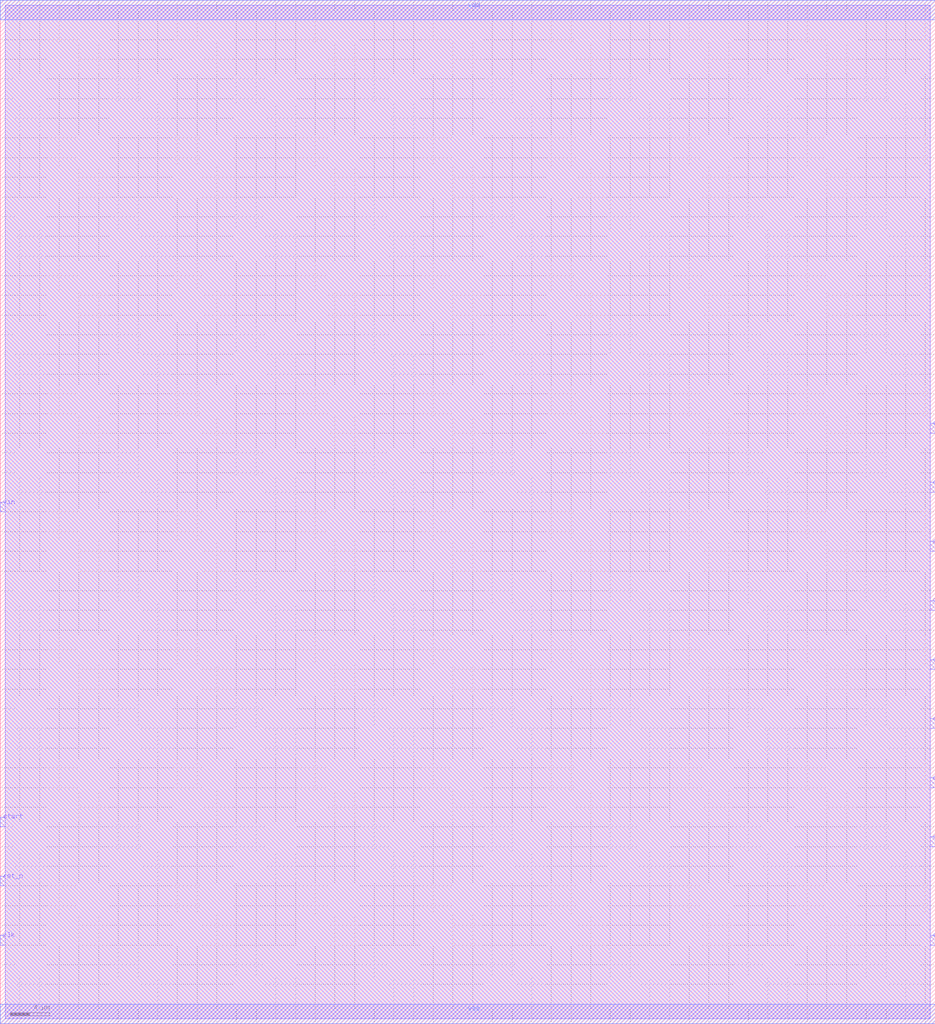
<source format=lef>
VERSION 5.7 ;
BUSBITCHARS "[]" ;
DIVIDERCHAR "/" ;

MACRO sar_adc_8bit
  CLASS BLOCK ;
  ORIGIN 0 0 ;
  FOREIGN sar_adc_8bit 0 0 ;
  SIZE 95.000 BY 104.000 ;
  SYMMETRY X Y ;

  PIN clk
    DIRECTION INPUT ;
    USE CLOCK ;
    PORT
      LAYER Metal2 ;
        RECT 0.000 8.000 0.500 9.000 ;
    END
  END clk

  PIN rst_n
    DIRECTION INPUT ;
    USE SIGNAL ;
    PORT
      LAYER Metal2 ;
        RECT 0.000 14.000 0.500 15.000 ;
    END
  END rst_n

  PIN vin
    DIRECTION INPUT ;
    USE SIGNAL ;
    PORT
      LAYER Metal2 ;
        RECT 0.000 52.000 0.500 53.000 ;
    END
  END vin

  PIN start
    DIRECTION INPUT ;
    USE SIGNAL ;
    PORT
      LAYER Metal2 ;
        RECT 0.000 20.000 0.500 21.000 ;
    END
  END start

  PIN eoc
    DIRECTION OUTPUT ;
    USE SIGNAL ;
    PORT
      LAYER Metal2 ;
        RECT 94.500 8.000 95.000 9.000 ;
    END
  END eoc

  PIN dout[0]
    DIRECTION OUTPUT ;
    USE SIGNAL ;
    PORT
      LAYER Metal2 ;
        RECT 94.500 18.000 95.000 19.000 ;
    END
  END dout[0]

  PIN dout[1]
    DIRECTION OUTPUT ;
    USE SIGNAL ;
    PORT
      LAYER Metal2 ;
        RECT 94.500 24.000 95.000 25.000 ;
    END
  END dout[1]

  PIN dout[2]
    DIRECTION OUTPUT ;
    USE SIGNAL ;
    PORT
      LAYER Metal2 ;
        RECT 94.500 30.000 95.000 31.000 ;
    END
  END dout[2]

  PIN dout[3]
    DIRECTION OUTPUT ;
    USE SIGNAL ;
    PORT
      LAYER Metal2 ;
        RECT 94.500 36.000 95.000 37.000 ;
    END
  END dout[3]

  PIN dout[4]
    DIRECTION OUTPUT ;
    USE SIGNAL ;
    PORT
      LAYER Metal2 ;
        RECT 94.500 42.000 95.000 43.000 ;
    END
  END dout[4]

  PIN dout[5]
    DIRECTION OUTPUT ;
    USE SIGNAL ;
    PORT
      LAYER Metal2 ;
        RECT 94.500 48.000 95.000 49.000 ;
    END
  END dout[5]

  PIN dout[6]
    DIRECTION OUTPUT ;
    USE SIGNAL ;
    PORT
      LAYER Metal2 ;
        RECT 94.500 54.000 95.000 55.000 ;
    END
  END dout[6]

  PIN dout[7]
    DIRECTION OUTPUT ;
    USE SIGNAL ;
    PORT
      LAYER Metal2 ;
        RECT 94.500 60.000 95.000 61.000 ;
    END
  END dout[7]

  PIN vdd
    DIRECTION INOUT ;
    USE POWER ;
    PORT
      LAYER Metal3 ;
        RECT 0.000 102.000 95.000 104.000 ;
    END
  END vdd

  PIN vss
    DIRECTION INOUT ;
    USE GROUND ;
    PORT
      LAYER Metal3 ;
        RECT 0.000 0.000 95.000 2.000 ;
    END
  END vss

  OBS
    LAYER Metal1 ;
      RECT 0.500 0.500 94.500 103.500 ;
    LAYER Metal2 ;
      RECT 0.500 0.500 94.500 103.500 ;
  END

END sar_adc_8bit

END LIBRARY

</source>
